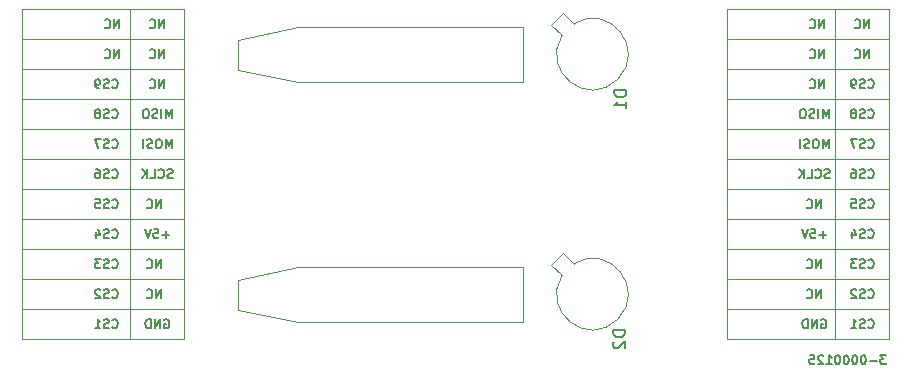
<source format=gbr>
G04 #@! TF.GenerationSoftware,KiCad,Pcbnew,(5.1.12)-1*
G04 #@! TF.CreationDate,2022-02-08T15:15:27-06:00*
G04 #@! TF.ProjectId,optical_digitizer,6f707469-6361-46c5-9f64-69676974697a,4.2*
G04 #@! TF.SameCoordinates,Original*
G04 #@! TF.FileFunction,Legend,Bot*
G04 #@! TF.FilePolarity,Positive*
%FSLAX46Y46*%
G04 Gerber Fmt 4.6, Leading zero omitted, Abs format (unit mm)*
G04 Created by KiCad (PCBNEW (5.1.12)-1) date 2022-02-08 15:15:27*
%MOMM*%
%LPD*%
G01*
G04 APERTURE LIST*
%ADD10C,0.149860*%
%ADD11C,0.120000*%
%ADD12C,0.150000*%
G04 APERTURE END LIST*
D10*
X146394714Y-146394714D02*
X146394714Y-145632714D01*
X145959285Y-146394714D01*
X145959285Y-145632714D01*
X145161000Y-146322142D02*
X145197285Y-146358428D01*
X145306142Y-146394714D01*
X145378714Y-146394714D01*
X145487571Y-146358428D01*
X145560142Y-146285857D01*
X145596428Y-146213285D01*
X145632714Y-146068142D01*
X145632714Y-145959285D01*
X145596428Y-145814142D01*
X145560142Y-145741571D01*
X145487571Y-145669000D01*
X145378714Y-145632714D01*
X145306142Y-145632714D01*
X145197285Y-145669000D01*
X145161000Y-145705285D01*
X146394714Y-143854714D02*
X146394714Y-143092714D01*
X145959285Y-143854714D01*
X145959285Y-143092714D01*
X145161000Y-143782142D02*
X145197285Y-143818428D01*
X145306142Y-143854714D01*
X145378714Y-143854714D01*
X145487571Y-143818428D01*
X145560142Y-143745857D01*
X145596428Y-143673285D01*
X145632714Y-143528142D01*
X145632714Y-143419285D01*
X145596428Y-143274142D01*
X145560142Y-143201571D01*
X145487571Y-143129000D01*
X145378714Y-143092714D01*
X145306142Y-143092714D01*
X145197285Y-143129000D01*
X145161000Y-143165285D01*
X90514714Y-146394714D02*
X90514714Y-145632714D01*
X90079285Y-146394714D01*
X90079285Y-145632714D01*
X89281000Y-146322142D02*
X89317285Y-146358428D01*
X89426142Y-146394714D01*
X89498714Y-146394714D01*
X89607571Y-146358428D01*
X89680142Y-146285857D01*
X89716428Y-146213285D01*
X89752714Y-146068142D01*
X89752714Y-145959285D01*
X89716428Y-145814142D01*
X89680142Y-145741571D01*
X89607571Y-145669000D01*
X89498714Y-145632714D01*
X89426142Y-145632714D01*
X89317285Y-145669000D01*
X89281000Y-145705285D01*
X90514714Y-143854714D02*
X90514714Y-143092714D01*
X90079285Y-143854714D01*
X90079285Y-143092714D01*
X89281000Y-143782142D02*
X89317285Y-143818428D01*
X89426142Y-143854714D01*
X89498714Y-143854714D01*
X89607571Y-143818428D01*
X89680142Y-143745857D01*
X89716428Y-143673285D01*
X89752714Y-143528142D01*
X89752714Y-143419285D01*
X89716428Y-143274142D01*
X89680142Y-143201571D01*
X89607571Y-143129000D01*
X89498714Y-143092714D01*
X89426142Y-143092714D01*
X89317285Y-143129000D01*
X89281000Y-143165285D01*
X146648714Y-126074714D02*
X146648714Y-125312714D01*
X146213285Y-126074714D01*
X146213285Y-125312714D01*
X145415000Y-126002142D02*
X145451285Y-126038428D01*
X145560142Y-126074714D01*
X145632714Y-126074714D01*
X145741571Y-126038428D01*
X145814142Y-125965857D01*
X145850428Y-125893285D01*
X145886714Y-125748142D01*
X145886714Y-125639285D01*
X145850428Y-125494142D01*
X145814142Y-125421571D01*
X145741571Y-125349000D01*
X145632714Y-125312714D01*
X145560142Y-125312714D01*
X145451285Y-125349000D01*
X145415000Y-125385285D01*
X150349857Y-141242142D02*
X150386142Y-141278428D01*
X150495000Y-141314714D01*
X150567571Y-141314714D01*
X150676428Y-141278428D01*
X150749000Y-141205857D01*
X150785285Y-141133285D01*
X150821571Y-140988142D01*
X150821571Y-140879285D01*
X150785285Y-140734142D01*
X150749000Y-140661571D01*
X150676428Y-140589000D01*
X150567571Y-140552714D01*
X150495000Y-140552714D01*
X150386142Y-140589000D01*
X150349857Y-140625285D01*
X150059571Y-141278428D02*
X149950714Y-141314714D01*
X149769285Y-141314714D01*
X149696714Y-141278428D01*
X149660428Y-141242142D01*
X149624142Y-141169571D01*
X149624142Y-141097000D01*
X149660428Y-141024428D01*
X149696714Y-140988142D01*
X149769285Y-140951857D01*
X149914428Y-140915571D01*
X149987000Y-140879285D01*
X150023285Y-140843000D01*
X150059571Y-140770428D01*
X150059571Y-140697857D01*
X150023285Y-140625285D01*
X149987000Y-140589000D01*
X149914428Y-140552714D01*
X149733000Y-140552714D01*
X149624142Y-140589000D01*
X148971000Y-140806714D02*
X148971000Y-141314714D01*
X149152428Y-140516428D02*
X149333857Y-141060714D01*
X148862142Y-141060714D01*
X150458714Y-126074714D02*
X150458714Y-125312714D01*
X150023285Y-126074714D01*
X150023285Y-125312714D01*
X149225000Y-126002142D02*
X149261285Y-126038428D01*
X149370142Y-126074714D01*
X149442714Y-126074714D01*
X149551571Y-126038428D01*
X149624142Y-125965857D01*
X149660428Y-125893285D01*
X149696714Y-125748142D01*
X149696714Y-125639285D01*
X149660428Y-125494142D01*
X149624142Y-125421571D01*
X149551571Y-125349000D01*
X149442714Y-125312714D01*
X149370142Y-125312714D01*
X149261285Y-125349000D01*
X149225000Y-125385285D01*
X146993428Y-133694714D02*
X146993428Y-132932714D01*
X146739428Y-133477000D01*
X146485428Y-132932714D01*
X146485428Y-133694714D01*
X145977428Y-132932714D02*
X145832285Y-132932714D01*
X145759714Y-132969000D01*
X145687142Y-133041571D01*
X145650857Y-133186714D01*
X145650857Y-133440714D01*
X145687142Y-133585857D01*
X145759714Y-133658428D01*
X145832285Y-133694714D01*
X145977428Y-133694714D01*
X146050000Y-133658428D01*
X146122571Y-133585857D01*
X146158857Y-133440714D01*
X146158857Y-133186714D01*
X146122571Y-133041571D01*
X146050000Y-132969000D01*
X145977428Y-132932714D01*
X145360571Y-133658428D02*
X145251714Y-133694714D01*
X145070285Y-133694714D01*
X144997714Y-133658428D01*
X144961428Y-133622142D01*
X144925142Y-133549571D01*
X144925142Y-133477000D01*
X144961428Y-133404428D01*
X144997714Y-133368142D01*
X145070285Y-133331857D01*
X145215428Y-133295571D01*
X145288000Y-133259285D01*
X145324285Y-133223000D01*
X145360571Y-133150428D01*
X145360571Y-133077857D01*
X145324285Y-133005285D01*
X145288000Y-132969000D01*
X145215428Y-132932714D01*
X145034000Y-132932714D01*
X144925142Y-132969000D01*
X144598571Y-133694714D02*
X144598571Y-132932714D01*
X150458714Y-123534714D02*
X150458714Y-122772714D01*
X150023285Y-123534714D01*
X150023285Y-122772714D01*
X149225000Y-123462142D02*
X149261285Y-123498428D01*
X149370142Y-123534714D01*
X149442714Y-123534714D01*
X149551571Y-123498428D01*
X149624142Y-123425857D01*
X149660428Y-123353285D01*
X149696714Y-123208142D01*
X149696714Y-123099285D01*
X149660428Y-122954142D01*
X149624142Y-122881571D01*
X149551571Y-122809000D01*
X149442714Y-122772714D01*
X149370142Y-122772714D01*
X149261285Y-122809000D01*
X149225000Y-122845285D01*
X150349857Y-146322142D02*
X150386142Y-146358428D01*
X150495000Y-146394714D01*
X150567571Y-146394714D01*
X150676428Y-146358428D01*
X150749000Y-146285857D01*
X150785285Y-146213285D01*
X150821571Y-146068142D01*
X150821571Y-145959285D01*
X150785285Y-145814142D01*
X150749000Y-145741571D01*
X150676428Y-145669000D01*
X150567571Y-145632714D01*
X150495000Y-145632714D01*
X150386142Y-145669000D01*
X150349857Y-145705285D01*
X150059571Y-146358428D02*
X149950714Y-146394714D01*
X149769285Y-146394714D01*
X149696714Y-146358428D01*
X149660428Y-146322142D01*
X149624142Y-146249571D01*
X149624142Y-146177000D01*
X149660428Y-146104428D01*
X149696714Y-146068142D01*
X149769285Y-146031857D01*
X149914428Y-145995571D01*
X149987000Y-145959285D01*
X150023285Y-145923000D01*
X150059571Y-145850428D01*
X150059571Y-145777857D01*
X150023285Y-145705285D01*
X149987000Y-145669000D01*
X149914428Y-145632714D01*
X149733000Y-145632714D01*
X149624142Y-145669000D01*
X149333857Y-145705285D02*
X149297571Y-145669000D01*
X149225000Y-145632714D01*
X149043571Y-145632714D01*
X148971000Y-145669000D01*
X148934714Y-145705285D01*
X148898428Y-145777857D01*
X148898428Y-145850428D01*
X148934714Y-145959285D01*
X149370142Y-146394714D01*
X148898428Y-146394714D01*
X146648714Y-123534714D02*
X146648714Y-122772714D01*
X146213285Y-123534714D01*
X146213285Y-122772714D01*
X145415000Y-123462142D02*
X145451285Y-123498428D01*
X145560142Y-123534714D01*
X145632714Y-123534714D01*
X145741571Y-123498428D01*
X145814142Y-123425857D01*
X145850428Y-123353285D01*
X145886714Y-123208142D01*
X145886714Y-123099285D01*
X145850428Y-122954142D01*
X145814142Y-122881571D01*
X145741571Y-122809000D01*
X145632714Y-122772714D01*
X145560142Y-122772714D01*
X145451285Y-122809000D01*
X145415000Y-122845285D01*
X150349857Y-148862142D02*
X150386142Y-148898428D01*
X150495000Y-148934714D01*
X150567571Y-148934714D01*
X150676428Y-148898428D01*
X150749000Y-148825857D01*
X150785285Y-148753285D01*
X150821571Y-148608142D01*
X150821571Y-148499285D01*
X150785285Y-148354142D01*
X150749000Y-148281571D01*
X150676428Y-148209000D01*
X150567571Y-148172714D01*
X150495000Y-148172714D01*
X150386142Y-148209000D01*
X150349857Y-148245285D01*
X150059571Y-148898428D02*
X149950714Y-148934714D01*
X149769285Y-148934714D01*
X149696714Y-148898428D01*
X149660428Y-148862142D01*
X149624142Y-148789571D01*
X149624142Y-148717000D01*
X149660428Y-148644428D01*
X149696714Y-148608142D01*
X149769285Y-148571857D01*
X149914428Y-148535571D01*
X149987000Y-148499285D01*
X150023285Y-148463000D01*
X150059571Y-148390428D01*
X150059571Y-148317857D01*
X150023285Y-148245285D01*
X149987000Y-148209000D01*
X149914428Y-148172714D01*
X149733000Y-148172714D01*
X149624142Y-148209000D01*
X148898428Y-148934714D02*
X149333857Y-148934714D01*
X149116142Y-148934714D02*
X149116142Y-148172714D01*
X149188714Y-148281571D01*
X149261285Y-148354142D01*
X149333857Y-148390428D01*
X150349857Y-131082142D02*
X150386142Y-131118428D01*
X150495000Y-131154714D01*
X150567571Y-131154714D01*
X150676428Y-131118428D01*
X150749000Y-131045857D01*
X150785285Y-130973285D01*
X150821571Y-130828142D01*
X150821571Y-130719285D01*
X150785285Y-130574142D01*
X150749000Y-130501571D01*
X150676428Y-130429000D01*
X150567571Y-130392714D01*
X150495000Y-130392714D01*
X150386142Y-130429000D01*
X150349857Y-130465285D01*
X150059571Y-131118428D02*
X149950714Y-131154714D01*
X149769285Y-131154714D01*
X149696714Y-131118428D01*
X149660428Y-131082142D01*
X149624142Y-131009571D01*
X149624142Y-130937000D01*
X149660428Y-130864428D01*
X149696714Y-130828142D01*
X149769285Y-130791857D01*
X149914428Y-130755571D01*
X149987000Y-130719285D01*
X150023285Y-130683000D01*
X150059571Y-130610428D01*
X150059571Y-130537857D01*
X150023285Y-130465285D01*
X149987000Y-130429000D01*
X149914428Y-130392714D01*
X149733000Y-130392714D01*
X149624142Y-130429000D01*
X149188714Y-130719285D02*
X149261285Y-130683000D01*
X149297571Y-130646714D01*
X149333857Y-130574142D01*
X149333857Y-130537857D01*
X149297571Y-130465285D01*
X149261285Y-130429000D01*
X149188714Y-130392714D01*
X149043571Y-130392714D01*
X148971000Y-130429000D01*
X148934714Y-130465285D01*
X148898428Y-130537857D01*
X148898428Y-130574142D01*
X148934714Y-130646714D01*
X148971000Y-130683000D01*
X149043571Y-130719285D01*
X149188714Y-130719285D01*
X149261285Y-130755571D01*
X149297571Y-130791857D01*
X149333857Y-130864428D01*
X149333857Y-131009571D01*
X149297571Y-131082142D01*
X149261285Y-131118428D01*
X149188714Y-131154714D01*
X149043571Y-131154714D01*
X148971000Y-131118428D01*
X148934714Y-131082142D01*
X148898428Y-131009571D01*
X148898428Y-130864428D01*
X148934714Y-130791857D01*
X148971000Y-130755571D01*
X149043571Y-130719285D01*
X150349857Y-128542142D02*
X150386142Y-128578428D01*
X150495000Y-128614714D01*
X150567571Y-128614714D01*
X150676428Y-128578428D01*
X150749000Y-128505857D01*
X150785285Y-128433285D01*
X150821571Y-128288142D01*
X150821571Y-128179285D01*
X150785285Y-128034142D01*
X150749000Y-127961571D01*
X150676428Y-127889000D01*
X150567571Y-127852714D01*
X150495000Y-127852714D01*
X150386142Y-127889000D01*
X150349857Y-127925285D01*
X150059571Y-128578428D02*
X149950714Y-128614714D01*
X149769285Y-128614714D01*
X149696714Y-128578428D01*
X149660428Y-128542142D01*
X149624142Y-128469571D01*
X149624142Y-128397000D01*
X149660428Y-128324428D01*
X149696714Y-128288142D01*
X149769285Y-128251857D01*
X149914428Y-128215571D01*
X149987000Y-128179285D01*
X150023285Y-128143000D01*
X150059571Y-128070428D01*
X150059571Y-127997857D01*
X150023285Y-127925285D01*
X149987000Y-127889000D01*
X149914428Y-127852714D01*
X149733000Y-127852714D01*
X149624142Y-127889000D01*
X149261285Y-128614714D02*
X149116142Y-128614714D01*
X149043571Y-128578428D01*
X149007285Y-128542142D01*
X148934714Y-128433285D01*
X148898428Y-128288142D01*
X148898428Y-127997857D01*
X148934714Y-127925285D01*
X148971000Y-127889000D01*
X149043571Y-127852714D01*
X149188714Y-127852714D01*
X149261285Y-127889000D01*
X149297571Y-127925285D01*
X149333857Y-127997857D01*
X149333857Y-128179285D01*
X149297571Y-128251857D01*
X149261285Y-128288142D01*
X149188714Y-128324428D01*
X149043571Y-128324428D01*
X148971000Y-128288142D01*
X148934714Y-128251857D01*
X148898428Y-128179285D01*
X146376571Y-148209000D02*
X146449142Y-148172714D01*
X146558000Y-148172714D01*
X146666857Y-148209000D01*
X146739428Y-148281571D01*
X146775714Y-148354142D01*
X146812000Y-148499285D01*
X146812000Y-148608142D01*
X146775714Y-148753285D01*
X146739428Y-148825857D01*
X146666857Y-148898428D01*
X146558000Y-148934714D01*
X146485428Y-148934714D01*
X146376571Y-148898428D01*
X146340285Y-148862142D01*
X146340285Y-148608142D01*
X146485428Y-148608142D01*
X146013714Y-148934714D02*
X146013714Y-148172714D01*
X145578285Y-148934714D01*
X145578285Y-148172714D01*
X145215428Y-148934714D02*
X145215428Y-148172714D01*
X145034000Y-148172714D01*
X144925142Y-148209000D01*
X144852571Y-148281571D01*
X144816285Y-148354142D01*
X144780000Y-148499285D01*
X144780000Y-148608142D01*
X144816285Y-148753285D01*
X144852571Y-148825857D01*
X144925142Y-148898428D01*
X145034000Y-148934714D01*
X145215428Y-148934714D01*
X150349857Y-143782142D02*
X150386142Y-143818428D01*
X150495000Y-143854714D01*
X150567571Y-143854714D01*
X150676428Y-143818428D01*
X150749000Y-143745857D01*
X150785285Y-143673285D01*
X150821571Y-143528142D01*
X150821571Y-143419285D01*
X150785285Y-143274142D01*
X150749000Y-143201571D01*
X150676428Y-143129000D01*
X150567571Y-143092714D01*
X150495000Y-143092714D01*
X150386142Y-143129000D01*
X150349857Y-143165285D01*
X150059571Y-143818428D02*
X149950714Y-143854714D01*
X149769285Y-143854714D01*
X149696714Y-143818428D01*
X149660428Y-143782142D01*
X149624142Y-143709571D01*
X149624142Y-143637000D01*
X149660428Y-143564428D01*
X149696714Y-143528142D01*
X149769285Y-143491857D01*
X149914428Y-143455571D01*
X149987000Y-143419285D01*
X150023285Y-143383000D01*
X150059571Y-143310428D01*
X150059571Y-143237857D01*
X150023285Y-143165285D01*
X149987000Y-143129000D01*
X149914428Y-143092714D01*
X149733000Y-143092714D01*
X149624142Y-143129000D01*
X149370142Y-143092714D02*
X148898428Y-143092714D01*
X149152428Y-143383000D01*
X149043571Y-143383000D01*
X148971000Y-143419285D01*
X148934714Y-143455571D01*
X148898428Y-143528142D01*
X148898428Y-143709571D01*
X148934714Y-143782142D01*
X148971000Y-143818428D01*
X149043571Y-143854714D01*
X149261285Y-143854714D01*
X149333857Y-143818428D01*
X149370142Y-143782142D01*
X147084142Y-136198428D02*
X146975285Y-136234714D01*
X146793857Y-136234714D01*
X146721285Y-136198428D01*
X146685000Y-136162142D01*
X146648714Y-136089571D01*
X146648714Y-136017000D01*
X146685000Y-135944428D01*
X146721285Y-135908142D01*
X146793857Y-135871857D01*
X146939000Y-135835571D01*
X147011571Y-135799285D01*
X147047857Y-135763000D01*
X147084142Y-135690428D01*
X147084142Y-135617857D01*
X147047857Y-135545285D01*
X147011571Y-135509000D01*
X146939000Y-135472714D01*
X146757571Y-135472714D01*
X146648714Y-135509000D01*
X145886714Y-136162142D02*
X145923000Y-136198428D01*
X146031857Y-136234714D01*
X146104428Y-136234714D01*
X146213285Y-136198428D01*
X146285857Y-136125857D01*
X146322142Y-136053285D01*
X146358428Y-135908142D01*
X146358428Y-135799285D01*
X146322142Y-135654142D01*
X146285857Y-135581571D01*
X146213285Y-135509000D01*
X146104428Y-135472714D01*
X146031857Y-135472714D01*
X145923000Y-135509000D01*
X145886714Y-135545285D01*
X145197285Y-136234714D02*
X145560142Y-136234714D01*
X145560142Y-135472714D01*
X144943285Y-136234714D02*
X144943285Y-135472714D01*
X144507857Y-136234714D02*
X144834428Y-135799285D01*
X144507857Y-135472714D02*
X144943285Y-135908142D01*
X150349857Y-136162142D02*
X150386142Y-136198428D01*
X150495000Y-136234714D01*
X150567571Y-136234714D01*
X150676428Y-136198428D01*
X150749000Y-136125857D01*
X150785285Y-136053285D01*
X150821571Y-135908142D01*
X150821571Y-135799285D01*
X150785285Y-135654142D01*
X150749000Y-135581571D01*
X150676428Y-135509000D01*
X150567571Y-135472714D01*
X150495000Y-135472714D01*
X150386142Y-135509000D01*
X150349857Y-135545285D01*
X150059571Y-136198428D02*
X149950714Y-136234714D01*
X149769285Y-136234714D01*
X149696714Y-136198428D01*
X149660428Y-136162142D01*
X149624142Y-136089571D01*
X149624142Y-136017000D01*
X149660428Y-135944428D01*
X149696714Y-135908142D01*
X149769285Y-135871857D01*
X149914428Y-135835571D01*
X149987000Y-135799285D01*
X150023285Y-135763000D01*
X150059571Y-135690428D01*
X150059571Y-135617857D01*
X150023285Y-135545285D01*
X149987000Y-135509000D01*
X149914428Y-135472714D01*
X149733000Y-135472714D01*
X149624142Y-135509000D01*
X148971000Y-135472714D02*
X149116142Y-135472714D01*
X149188714Y-135509000D01*
X149225000Y-135545285D01*
X149297571Y-135654142D01*
X149333857Y-135799285D01*
X149333857Y-136089571D01*
X149297571Y-136162142D01*
X149261285Y-136198428D01*
X149188714Y-136234714D01*
X149043571Y-136234714D01*
X148971000Y-136198428D01*
X148934714Y-136162142D01*
X148898428Y-136089571D01*
X148898428Y-135908142D01*
X148934714Y-135835571D01*
X148971000Y-135799285D01*
X149043571Y-135763000D01*
X149188714Y-135763000D01*
X149261285Y-135799285D01*
X149297571Y-135835571D01*
X149333857Y-135908142D01*
X146775714Y-141024428D02*
X146195142Y-141024428D01*
X146485428Y-141314714D02*
X146485428Y-140734142D01*
X145469428Y-140552714D02*
X145832285Y-140552714D01*
X145868571Y-140915571D01*
X145832285Y-140879285D01*
X145759714Y-140843000D01*
X145578285Y-140843000D01*
X145505714Y-140879285D01*
X145469428Y-140915571D01*
X145433142Y-140988142D01*
X145433142Y-141169571D01*
X145469428Y-141242142D01*
X145505714Y-141278428D01*
X145578285Y-141314714D01*
X145759714Y-141314714D01*
X145832285Y-141278428D01*
X145868571Y-141242142D01*
X145215428Y-140552714D02*
X144961428Y-141314714D01*
X144707428Y-140552714D01*
X146648714Y-128614714D02*
X146648714Y-127852714D01*
X146213285Y-128614714D01*
X146213285Y-127852714D01*
X145415000Y-128542142D02*
X145451285Y-128578428D01*
X145560142Y-128614714D01*
X145632714Y-128614714D01*
X145741571Y-128578428D01*
X145814142Y-128505857D01*
X145850428Y-128433285D01*
X145886714Y-128288142D01*
X145886714Y-128179285D01*
X145850428Y-128034142D01*
X145814142Y-127961571D01*
X145741571Y-127889000D01*
X145632714Y-127852714D01*
X145560142Y-127852714D01*
X145451285Y-127889000D01*
X145415000Y-127925285D01*
X150349857Y-133622142D02*
X150386142Y-133658428D01*
X150495000Y-133694714D01*
X150567571Y-133694714D01*
X150676428Y-133658428D01*
X150749000Y-133585857D01*
X150785285Y-133513285D01*
X150821571Y-133368142D01*
X150821571Y-133259285D01*
X150785285Y-133114142D01*
X150749000Y-133041571D01*
X150676428Y-132969000D01*
X150567571Y-132932714D01*
X150495000Y-132932714D01*
X150386142Y-132969000D01*
X150349857Y-133005285D01*
X150059571Y-133658428D02*
X149950714Y-133694714D01*
X149769285Y-133694714D01*
X149696714Y-133658428D01*
X149660428Y-133622142D01*
X149624142Y-133549571D01*
X149624142Y-133477000D01*
X149660428Y-133404428D01*
X149696714Y-133368142D01*
X149769285Y-133331857D01*
X149914428Y-133295571D01*
X149987000Y-133259285D01*
X150023285Y-133223000D01*
X150059571Y-133150428D01*
X150059571Y-133077857D01*
X150023285Y-133005285D01*
X149987000Y-132969000D01*
X149914428Y-132932714D01*
X149733000Y-132932714D01*
X149624142Y-132969000D01*
X149370142Y-132932714D02*
X148862142Y-132932714D01*
X149188714Y-133694714D01*
X146394714Y-138774714D02*
X146394714Y-138012714D01*
X145959285Y-138774714D01*
X145959285Y-138012714D01*
X145161000Y-138702142D02*
X145197285Y-138738428D01*
X145306142Y-138774714D01*
X145378714Y-138774714D01*
X145487571Y-138738428D01*
X145560142Y-138665857D01*
X145596428Y-138593285D01*
X145632714Y-138448142D01*
X145632714Y-138339285D01*
X145596428Y-138194142D01*
X145560142Y-138121571D01*
X145487571Y-138049000D01*
X145378714Y-138012714D01*
X145306142Y-138012714D01*
X145197285Y-138049000D01*
X145161000Y-138085285D01*
X150349857Y-138702142D02*
X150386142Y-138738428D01*
X150495000Y-138774714D01*
X150567571Y-138774714D01*
X150676428Y-138738428D01*
X150749000Y-138665857D01*
X150785285Y-138593285D01*
X150821571Y-138448142D01*
X150821571Y-138339285D01*
X150785285Y-138194142D01*
X150749000Y-138121571D01*
X150676428Y-138049000D01*
X150567571Y-138012714D01*
X150495000Y-138012714D01*
X150386142Y-138049000D01*
X150349857Y-138085285D01*
X150059571Y-138738428D02*
X149950714Y-138774714D01*
X149769285Y-138774714D01*
X149696714Y-138738428D01*
X149660428Y-138702142D01*
X149624142Y-138629571D01*
X149624142Y-138557000D01*
X149660428Y-138484428D01*
X149696714Y-138448142D01*
X149769285Y-138411857D01*
X149914428Y-138375571D01*
X149987000Y-138339285D01*
X150023285Y-138303000D01*
X150059571Y-138230428D01*
X150059571Y-138157857D01*
X150023285Y-138085285D01*
X149987000Y-138049000D01*
X149914428Y-138012714D01*
X149733000Y-138012714D01*
X149624142Y-138049000D01*
X148934714Y-138012714D02*
X149297571Y-138012714D01*
X149333857Y-138375571D01*
X149297571Y-138339285D01*
X149225000Y-138303000D01*
X149043571Y-138303000D01*
X148971000Y-138339285D01*
X148934714Y-138375571D01*
X148898428Y-138448142D01*
X148898428Y-138629571D01*
X148934714Y-138702142D01*
X148971000Y-138738428D01*
X149043571Y-138774714D01*
X149225000Y-138774714D01*
X149297571Y-138738428D01*
X149333857Y-138702142D01*
X146993428Y-131154714D02*
X146993428Y-130392714D01*
X146739428Y-130937000D01*
X146485428Y-130392714D01*
X146485428Y-131154714D01*
X146122571Y-131154714D02*
X146122571Y-130392714D01*
X145796000Y-131118428D02*
X145687142Y-131154714D01*
X145505714Y-131154714D01*
X145433142Y-131118428D01*
X145396857Y-131082142D01*
X145360571Y-131009571D01*
X145360571Y-130937000D01*
X145396857Y-130864428D01*
X145433142Y-130828142D01*
X145505714Y-130791857D01*
X145650857Y-130755571D01*
X145723428Y-130719285D01*
X145759714Y-130683000D01*
X145796000Y-130610428D01*
X145796000Y-130537857D01*
X145759714Y-130465285D01*
X145723428Y-130429000D01*
X145650857Y-130392714D01*
X145469428Y-130392714D01*
X145360571Y-130429000D01*
X144888857Y-130392714D02*
X144743714Y-130392714D01*
X144671142Y-130429000D01*
X144598571Y-130501571D01*
X144562285Y-130646714D01*
X144562285Y-130900714D01*
X144598571Y-131045857D01*
X144671142Y-131118428D01*
X144743714Y-131154714D01*
X144888857Y-131154714D01*
X144961428Y-131118428D01*
X145034000Y-131045857D01*
X145070285Y-130900714D01*
X145070285Y-130646714D01*
X145034000Y-130501571D01*
X144961428Y-130429000D01*
X144888857Y-130392714D01*
D11*
X138430000Y-134620000D02*
X152146000Y-134620000D01*
X152146000Y-147320000D02*
X138430000Y-147320000D01*
X152146000Y-142240000D02*
X138430000Y-142240000D01*
X152146000Y-137160000D02*
X138430000Y-137160000D01*
X138430000Y-139700000D02*
X152146000Y-139700000D01*
X147574000Y-149860000D02*
X147574000Y-121920000D01*
X138430000Y-144780000D02*
X152146000Y-144780000D01*
X138430000Y-121920000D02*
X152146000Y-121920000D01*
X152146000Y-121920000D02*
X152146000Y-149860000D01*
X152146000Y-132080000D02*
X138430000Y-132080000D01*
X152146000Y-127000000D02*
X138430000Y-127000000D01*
X138430000Y-124460000D02*
X152146000Y-124460000D01*
X138430000Y-149860000D02*
X138430000Y-121920000D01*
X138430000Y-129540000D02*
X152146000Y-129540000D01*
X152146000Y-149860000D02*
X138430000Y-149860000D01*
X87884000Y-149860000D02*
X87884000Y-121920000D01*
X92456000Y-147320000D02*
X78740000Y-147320000D01*
X78740000Y-144780000D02*
X92456000Y-144780000D01*
X92456000Y-142240000D02*
X78740000Y-142240000D01*
X78740000Y-139700000D02*
X92456000Y-139700000D01*
X92456000Y-137160000D02*
X78740000Y-137160000D01*
X78740000Y-134620000D02*
X92456000Y-134620000D01*
X92456000Y-132080000D02*
X78740000Y-132080000D01*
X78740000Y-129540000D02*
X92456000Y-129540000D01*
X92456000Y-127000000D02*
X78740000Y-127000000D01*
X78740000Y-124460000D02*
X92456000Y-124460000D01*
X78740000Y-149860000D02*
X78740000Y-121920000D01*
X92456000Y-149860000D02*
X78740000Y-149860000D01*
X92456000Y-121920000D02*
X92456000Y-149860000D01*
X78740000Y-121920000D02*
X92456000Y-121920000D01*
D10*
X86341857Y-148862142D02*
X86378142Y-148898428D01*
X86487000Y-148934714D01*
X86559571Y-148934714D01*
X86668428Y-148898428D01*
X86741000Y-148825857D01*
X86777285Y-148753285D01*
X86813571Y-148608142D01*
X86813571Y-148499285D01*
X86777285Y-148354142D01*
X86741000Y-148281571D01*
X86668428Y-148209000D01*
X86559571Y-148172714D01*
X86487000Y-148172714D01*
X86378142Y-148209000D01*
X86341857Y-148245285D01*
X86051571Y-148898428D02*
X85942714Y-148934714D01*
X85761285Y-148934714D01*
X85688714Y-148898428D01*
X85652428Y-148862142D01*
X85616142Y-148789571D01*
X85616142Y-148717000D01*
X85652428Y-148644428D01*
X85688714Y-148608142D01*
X85761285Y-148571857D01*
X85906428Y-148535571D01*
X85979000Y-148499285D01*
X86015285Y-148463000D01*
X86051571Y-148390428D01*
X86051571Y-148317857D01*
X86015285Y-148245285D01*
X85979000Y-148209000D01*
X85906428Y-148172714D01*
X85725000Y-148172714D01*
X85616142Y-148209000D01*
X84890428Y-148934714D02*
X85325857Y-148934714D01*
X85108142Y-148934714D02*
X85108142Y-148172714D01*
X85180714Y-148281571D01*
X85253285Y-148354142D01*
X85325857Y-148390428D01*
X90750571Y-148209000D02*
X90823142Y-148172714D01*
X90932000Y-148172714D01*
X91040857Y-148209000D01*
X91113428Y-148281571D01*
X91149714Y-148354142D01*
X91186000Y-148499285D01*
X91186000Y-148608142D01*
X91149714Y-148753285D01*
X91113428Y-148825857D01*
X91040857Y-148898428D01*
X90932000Y-148934714D01*
X90859428Y-148934714D01*
X90750571Y-148898428D01*
X90714285Y-148862142D01*
X90714285Y-148608142D01*
X90859428Y-148608142D01*
X90387714Y-148934714D02*
X90387714Y-148172714D01*
X89952285Y-148934714D01*
X89952285Y-148172714D01*
X89589428Y-148934714D02*
X89589428Y-148172714D01*
X89408000Y-148172714D01*
X89299142Y-148209000D01*
X89226571Y-148281571D01*
X89190285Y-148354142D01*
X89154000Y-148499285D01*
X89154000Y-148608142D01*
X89190285Y-148753285D01*
X89226571Y-148825857D01*
X89299142Y-148898428D01*
X89408000Y-148934714D01*
X89589428Y-148934714D01*
X86341857Y-146322142D02*
X86378142Y-146358428D01*
X86487000Y-146394714D01*
X86559571Y-146394714D01*
X86668428Y-146358428D01*
X86741000Y-146285857D01*
X86777285Y-146213285D01*
X86813571Y-146068142D01*
X86813571Y-145959285D01*
X86777285Y-145814142D01*
X86741000Y-145741571D01*
X86668428Y-145669000D01*
X86559571Y-145632714D01*
X86487000Y-145632714D01*
X86378142Y-145669000D01*
X86341857Y-145705285D01*
X86051571Y-146358428D02*
X85942714Y-146394714D01*
X85761285Y-146394714D01*
X85688714Y-146358428D01*
X85652428Y-146322142D01*
X85616142Y-146249571D01*
X85616142Y-146177000D01*
X85652428Y-146104428D01*
X85688714Y-146068142D01*
X85761285Y-146031857D01*
X85906428Y-145995571D01*
X85979000Y-145959285D01*
X86015285Y-145923000D01*
X86051571Y-145850428D01*
X86051571Y-145777857D01*
X86015285Y-145705285D01*
X85979000Y-145669000D01*
X85906428Y-145632714D01*
X85725000Y-145632714D01*
X85616142Y-145669000D01*
X85325857Y-145705285D02*
X85289571Y-145669000D01*
X85217000Y-145632714D01*
X85035571Y-145632714D01*
X84963000Y-145669000D01*
X84926714Y-145705285D01*
X84890428Y-145777857D01*
X84890428Y-145850428D01*
X84926714Y-145959285D01*
X85362142Y-146394714D01*
X84890428Y-146394714D01*
X86341857Y-143782142D02*
X86378142Y-143818428D01*
X86487000Y-143854714D01*
X86559571Y-143854714D01*
X86668428Y-143818428D01*
X86741000Y-143745857D01*
X86777285Y-143673285D01*
X86813571Y-143528142D01*
X86813571Y-143419285D01*
X86777285Y-143274142D01*
X86741000Y-143201571D01*
X86668428Y-143129000D01*
X86559571Y-143092714D01*
X86487000Y-143092714D01*
X86378142Y-143129000D01*
X86341857Y-143165285D01*
X86051571Y-143818428D02*
X85942714Y-143854714D01*
X85761285Y-143854714D01*
X85688714Y-143818428D01*
X85652428Y-143782142D01*
X85616142Y-143709571D01*
X85616142Y-143637000D01*
X85652428Y-143564428D01*
X85688714Y-143528142D01*
X85761285Y-143491857D01*
X85906428Y-143455571D01*
X85979000Y-143419285D01*
X86015285Y-143383000D01*
X86051571Y-143310428D01*
X86051571Y-143237857D01*
X86015285Y-143165285D01*
X85979000Y-143129000D01*
X85906428Y-143092714D01*
X85725000Y-143092714D01*
X85616142Y-143129000D01*
X85362142Y-143092714D02*
X84890428Y-143092714D01*
X85144428Y-143383000D01*
X85035571Y-143383000D01*
X84963000Y-143419285D01*
X84926714Y-143455571D01*
X84890428Y-143528142D01*
X84890428Y-143709571D01*
X84926714Y-143782142D01*
X84963000Y-143818428D01*
X85035571Y-143854714D01*
X85253285Y-143854714D01*
X85325857Y-143818428D01*
X85362142Y-143782142D01*
X91149714Y-141024428D02*
X90569142Y-141024428D01*
X90859428Y-141314714D02*
X90859428Y-140734142D01*
X89843428Y-140552714D02*
X90206285Y-140552714D01*
X90242571Y-140915571D01*
X90206285Y-140879285D01*
X90133714Y-140843000D01*
X89952285Y-140843000D01*
X89879714Y-140879285D01*
X89843428Y-140915571D01*
X89807142Y-140988142D01*
X89807142Y-141169571D01*
X89843428Y-141242142D01*
X89879714Y-141278428D01*
X89952285Y-141314714D01*
X90133714Y-141314714D01*
X90206285Y-141278428D01*
X90242571Y-141242142D01*
X89589428Y-140552714D02*
X89335428Y-141314714D01*
X89081428Y-140552714D01*
X86341857Y-141242142D02*
X86378142Y-141278428D01*
X86487000Y-141314714D01*
X86559571Y-141314714D01*
X86668428Y-141278428D01*
X86741000Y-141205857D01*
X86777285Y-141133285D01*
X86813571Y-140988142D01*
X86813571Y-140879285D01*
X86777285Y-140734142D01*
X86741000Y-140661571D01*
X86668428Y-140589000D01*
X86559571Y-140552714D01*
X86487000Y-140552714D01*
X86378142Y-140589000D01*
X86341857Y-140625285D01*
X86051571Y-141278428D02*
X85942714Y-141314714D01*
X85761285Y-141314714D01*
X85688714Y-141278428D01*
X85652428Y-141242142D01*
X85616142Y-141169571D01*
X85616142Y-141097000D01*
X85652428Y-141024428D01*
X85688714Y-140988142D01*
X85761285Y-140951857D01*
X85906428Y-140915571D01*
X85979000Y-140879285D01*
X86015285Y-140843000D01*
X86051571Y-140770428D01*
X86051571Y-140697857D01*
X86015285Y-140625285D01*
X85979000Y-140589000D01*
X85906428Y-140552714D01*
X85725000Y-140552714D01*
X85616142Y-140589000D01*
X84963000Y-140806714D02*
X84963000Y-141314714D01*
X85144428Y-140516428D02*
X85325857Y-141060714D01*
X84854142Y-141060714D01*
X90514714Y-138774714D02*
X90514714Y-138012714D01*
X90079285Y-138774714D01*
X90079285Y-138012714D01*
X89281000Y-138702142D02*
X89317285Y-138738428D01*
X89426142Y-138774714D01*
X89498714Y-138774714D01*
X89607571Y-138738428D01*
X89680142Y-138665857D01*
X89716428Y-138593285D01*
X89752714Y-138448142D01*
X89752714Y-138339285D01*
X89716428Y-138194142D01*
X89680142Y-138121571D01*
X89607571Y-138049000D01*
X89498714Y-138012714D01*
X89426142Y-138012714D01*
X89317285Y-138049000D01*
X89281000Y-138085285D01*
X86341857Y-138702142D02*
X86378142Y-138738428D01*
X86487000Y-138774714D01*
X86559571Y-138774714D01*
X86668428Y-138738428D01*
X86741000Y-138665857D01*
X86777285Y-138593285D01*
X86813571Y-138448142D01*
X86813571Y-138339285D01*
X86777285Y-138194142D01*
X86741000Y-138121571D01*
X86668428Y-138049000D01*
X86559571Y-138012714D01*
X86487000Y-138012714D01*
X86378142Y-138049000D01*
X86341857Y-138085285D01*
X86051571Y-138738428D02*
X85942714Y-138774714D01*
X85761285Y-138774714D01*
X85688714Y-138738428D01*
X85652428Y-138702142D01*
X85616142Y-138629571D01*
X85616142Y-138557000D01*
X85652428Y-138484428D01*
X85688714Y-138448142D01*
X85761285Y-138411857D01*
X85906428Y-138375571D01*
X85979000Y-138339285D01*
X86015285Y-138303000D01*
X86051571Y-138230428D01*
X86051571Y-138157857D01*
X86015285Y-138085285D01*
X85979000Y-138049000D01*
X85906428Y-138012714D01*
X85725000Y-138012714D01*
X85616142Y-138049000D01*
X84926714Y-138012714D02*
X85289571Y-138012714D01*
X85325857Y-138375571D01*
X85289571Y-138339285D01*
X85217000Y-138303000D01*
X85035571Y-138303000D01*
X84963000Y-138339285D01*
X84926714Y-138375571D01*
X84890428Y-138448142D01*
X84890428Y-138629571D01*
X84926714Y-138702142D01*
X84963000Y-138738428D01*
X85035571Y-138774714D01*
X85217000Y-138774714D01*
X85289571Y-138738428D01*
X85325857Y-138702142D01*
X91458142Y-136198428D02*
X91349285Y-136234714D01*
X91167857Y-136234714D01*
X91095285Y-136198428D01*
X91059000Y-136162142D01*
X91022714Y-136089571D01*
X91022714Y-136017000D01*
X91059000Y-135944428D01*
X91095285Y-135908142D01*
X91167857Y-135871857D01*
X91313000Y-135835571D01*
X91385571Y-135799285D01*
X91421857Y-135763000D01*
X91458142Y-135690428D01*
X91458142Y-135617857D01*
X91421857Y-135545285D01*
X91385571Y-135509000D01*
X91313000Y-135472714D01*
X91131571Y-135472714D01*
X91022714Y-135509000D01*
X90260714Y-136162142D02*
X90297000Y-136198428D01*
X90405857Y-136234714D01*
X90478428Y-136234714D01*
X90587285Y-136198428D01*
X90659857Y-136125857D01*
X90696142Y-136053285D01*
X90732428Y-135908142D01*
X90732428Y-135799285D01*
X90696142Y-135654142D01*
X90659857Y-135581571D01*
X90587285Y-135509000D01*
X90478428Y-135472714D01*
X90405857Y-135472714D01*
X90297000Y-135509000D01*
X90260714Y-135545285D01*
X89571285Y-136234714D02*
X89934142Y-136234714D01*
X89934142Y-135472714D01*
X89317285Y-136234714D02*
X89317285Y-135472714D01*
X88881857Y-136234714D02*
X89208428Y-135799285D01*
X88881857Y-135472714D02*
X89317285Y-135908142D01*
X86341857Y-136162142D02*
X86378142Y-136198428D01*
X86487000Y-136234714D01*
X86559571Y-136234714D01*
X86668428Y-136198428D01*
X86741000Y-136125857D01*
X86777285Y-136053285D01*
X86813571Y-135908142D01*
X86813571Y-135799285D01*
X86777285Y-135654142D01*
X86741000Y-135581571D01*
X86668428Y-135509000D01*
X86559571Y-135472714D01*
X86487000Y-135472714D01*
X86378142Y-135509000D01*
X86341857Y-135545285D01*
X86051571Y-136198428D02*
X85942714Y-136234714D01*
X85761285Y-136234714D01*
X85688714Y-136198428D01*
X85652428Y-136162142D01*
X85616142Y-136089571D01*
X85616142Y-136017000D01*
X85652428Y-135944428D01*
X85688714Y-135908142D01*
X85761285Y-135871857D01*
X85906428Y-135835571D01*
X85979000Y-135799285D01*
X86015285Y-135763000D01*
X86051571Y-135690428D01*
X86051571Y-135617857D01*
X86015285Y-135545285D01*
X85979000Y-135509000D01*
X85906428Y-135472714D01*
X85725000Y-135472714D01*
X85616142Y-135509000D01*
X84963000Y-135472714D02*
X85108142Y-135472714D01*
X85180714Y-135509000D01*
X85217000Y-135545285D01*
X85289571Y-135654142D01*
X85325857Y-135799285D01*
X85325857Y-136089571D01*
X85289571Y-136162142D01*
X85253285Y-136198428D01*
X85180714Y-136234714D01*
X85035571Y-136234714D01*
X84963000Y-136198428D01*
X84926714Y-136162142D01*
X84890428Y-136089571D01*
X84890428Y-135908142D01*
X84926714Y-135835571D01*
X84963000Y-135799285D01*
X85035571Y-135763000D01*
X85180714Y-135763000D01*
X85253285Y-135799285D01*
X85289571Y-135835571D01*
X85325857Y-135908142D01*
X86958714Y-123534714D02*
X86958714Y-122772714D01*
X86523285Y-123534714D01*
X86523285Y-122772714D01*
X85725000Y-123462142D02*
X85761285Y-123498428D01*
X85870142Y-123534714D01*
X85942714Y-123534714D01*
X86051571Y-123498428D01*
X86124142Y-123425857D01*
X86160428Y-123353285D01*
X86196714Y-123208142D01*
X86196714Y-123099285D01*
X86160428Y-122954142D01*
X86124142Y-122881571D01*
X86051571Y-122809000D01*
X85942714Y-122772714D01*
X85870142Y-122772714D01*
X85761285Y-122809000D01*
X85725000Y-122845285D01*
X90768714Y-123534714D02*
X90768714Y-122772714D01*
X90333285Y-123534714D01*
X90333285Y-122772714D01*
X89535000Y-123462142D02*
X89571285Y-123498428D01*
X89680142Y-123534714D01*
X89752714Y-123534714D01*
X89861571Y-123498428D01*
X89934142Y-123425857D01*
X89970428Y-123353285D01*
X90006714Y-123208142D01*
X90006714Y-123099285D01*
X89970428Y-122954142D01*
X89934142Y-122881571D01*
X89861571Y-122809000D01*
X89752714Y-122772714D01*
X89680142Y-122772714D01*
X89571285Y-122809000D01*
X89535000Y-122845285D01*
X86958714Y-126074714D02*
X86958714Y-125312714D01*
X86523285Y-126074714D01*
X86523285Y-125312714D01*
X85725000Y-126002142D02*
X85761285Y-126038428D01*
X85870142Y-126074714D01*
X85942714Y-126074714D01*
X86051571Y-126038428D01*
X86124142Y-125965857D01*
X86160428Y-125893285D01*
X86196714Y-125748142D01*
X86196714Y-125639285D01*
X86160428Y-125494142D01*
X86124142Y-125421571D01*
X86051571Y-125349000D01*
X85942714Y-125312714D01*
X85870142Y-125312714D01*
X85761285Y-125349000D01*
X85725000Y-125385285D01*
X90768714Y-126074714D02*
X90768714Y-125312714D01*
X90333285Y-126074714D01*
X90333285Y-125312714D01*
X89535000Y-126002142D02*
X89571285Y-126038428D01*
X89680142Y-126074714D01*
X89752714Y-126074714D01*
X89861571Y-126038428D01*
X89934142Y-125965857D01*
X89970428Y-125893285D01*
X90006714Y-125748142D01*
X90006714Y-125639285D01*
X89970428Y-125494142D01*
X89934142Y-125421571D01*
X89861571Y-125349000D01*
X89752714Y-125312714D01*
X89680142Y-125312714D01*
X89571285Y-125349000D01*
X89535000Y-125385285D01*
X86341857Y-128542142D02*
X86378142Y-128578428D01*
X86487000Y-128614714D01*
X86559571Y-128614714D01*
X86668428Y-128578428D01*
X86741000Y-128505857D01*
X86777285Y-128433285D01*
X86813571Y-128288142D01*
X86813571Y-128179285D01*
X86777285Y-128034142D01*
X86741000Y-127961571D01*
X86668428Y-127889000D01*
X86559571Y-127852714D01*
X86487000Y-127852714D01*
X86378142Y-127889000D01*
X86341857Y-127925285D01*
X86051571Y-128578428D02*
X85942714Y-128614714D01*
X85761285Y-128614714D01*
X85688714Y-128578428D01*
X85652428Y-128542142D01*
X85616142Y-128469571D01*
X85616142Y-128397000D01*
X85652428Y-128324428D01*
X85688714Y-128288142D01*
X85761285Y-128251857D01*
X85906428Y-128215571D01*
X85979000Y-128179285D01*
X86015285Y-128143000D01*
X86051571Y-128070428D01*
X86051571Y-127997857D01*
X86015285Y-127925285D01*
X85979000Y-127889000D01*
X85906428Y-127852714D01*
X85725000Y-127852714D01*
X85616142Y-127889000D01*
X85253285Y-128614714D02*
X85108142Y-128614714D01*
X85035571Y-128578428D01*
X84999285Y-128542142D01*
X84926714Y-128433285D01*
X84890428Y-128288142D01*
X84890428Y-127997857D01*
X84926714Y-127925285D01*
X84963000Y-127889000D01*
X85035571Y-127852714D01*
X85180714Y-127852714D01*
X85253285Y-127889000D01*
X85289571Y-127925285D01*
X85325857Y-127997857D01*
X85325857Y-128179285D01*
X85289571Y-128251857D01*
X85253285Y-128288142D01*
X85180714Y-128324428D01*
X85035571Y-128324428D01*
X84963000Y-128288142D01*
X84926714Y-128251857D01*
X84890428Y-128179285D01*
X90768714Y-128614714D02*
X90768714Y-127852714D01*
X90333285Y-128614714D01*
X90333285Y-127852714D01*
X89535000Y-128542142D02*
X89571285Y-128578428D01*
X89680142Y-128614714D01*
X89752714Y-128614714D01*
X89861571Y-128578428D01*
X89934142Y-128505857D01*
X89970428Y-128433285D01*
X90006714Y-128288142D01*
X90006714Y-128179285D01*
X89970428Y-128034142D01*
X89934142Y-127961571D01*
X89861571Y-127889000D01*
X89752714Y-127852714D01*
X89680142Y-127852714D01*
X89571285Y-127889000D01*
X89535000Y-127925285D01*
X91367428Y-133694714D02*
X91367428Y-132932714D01*
X91113428Y-133477000D01*
X90859428Y-132932714D01*
X90859428Y-133694714D01*
X90351428Y-132932714D02*
X90206285Y-132932714D01*
X90133714Y-132969000D01*
X90061142Y-133041571D01*
X90024857Y-133186714D01*
X90024857Y-133440714D01*
X90061142Y-133585857D01*
X90133714Y-133658428D01*
X90206285Y-133694714D01*
X90351428Y-133694714D01*
X90424000Y-133658428D01*
X90496571Y-133585857D01*
X90532857Y-133440714D01*
X90532857Y-133186714D01*
X90496571Y-133041571D01*
X90424000Y-132969000D01*
X90351428Y-132932714D01*
X89734571Y-133658428D02*
X89625714Y-133694714D01*
X89444285Y-133694714D01*
X89371714Y-133658428D01*
X89335428Y-133622142D01*
X89299142Y-133549571D01*
X89299142Y-133477000D01*
X89335428Y-133404428D01*
X89371714Y-133368142D01*
X89444285Y-133331857D01*
X89589428Y-133295571D01*
X89662000Y-133259285D01*
X89698285Y-133223000D01*
X89734571Y-133150428D01*
X89734571Y-133077857D01*
X89698285Y-133005285D01*
X89662000Y-132969000D01*
X89589428Y-132932714D01*
X89408000Y-132932714D01*
X89299142Y-132969000D01*
X88972571Y-133694714D02*
X88972571Y-132932714D01*
X86341857Y-133622142D02*
X86378142Y-133658428D01*
X86487000Y-133694714D01*
X86559571Y-133694714D01*
X86668428Y-133658428D01*
X86741000Y-133585857D01*
X86777285Y-133513285D01*
X86813571Y-133368142D01*
X86813571Y-133259285D01*
X86777285Y-133114142D01*
X86741000Y-133041571D01*
X86668428Y-132969000D01*
X86559571Y-132932714D01*
X86487000Y-132932714D01*
X86378142Y-132969000D01*
X86341857Y-133005285D01*
X86051571Y-133658428D02*
X85942714Y-133694714D01*
X85761285Y-133694714D01*
X85688714Y-133658428D01*
X85652428Y-133622142D01*
X85616142Y-133549571D01*
X85616142Y-133477000D01*
X85652428Y-133404428D01*
X85688714Y-133368142D01*
X85761285Y-133331857D01*
X85906428Y-133295571D01*
X85979000Y-133259285D01*
X86015285Y-133223000D01*
X86051571Y-133150428D01*
X86051571Y-133077857D01*
X86015285Y-133005285D01*
X85979000Y-132969000D01*
X85906428Y-132932714D01*
X85725000Y-132932714D01*
X85616142Y-132969000D01*
X85362142Y-132932714D02*
X84854142Y-132932714D01*
X85180714Y-133694714D01*
X86341857Y-131082142D02*
X86378142Y-131118428D01*
X86487000Y-131154714D01*
X86559571Y-131154714D01*
X86668428Y-131118428D01*
X86741000Y-131045857D01*
X86777285Y-130973285D01*
X86813571Y-130828142D01*
X86813571Y-130719285D01*
X86777285Y-130574142D01*
X86741000Y-130501571D01*
X86668428Y-130429000D01*
X86559571Y-130392714D01*
X86487000Y-130392714D01*
X86378142Y-130429000D01*
X86341857Y-130465285D01*
X86051571Y-131118428D02*
X85942714Y-131154714D01*
X85761285Y-131154714D01*
X85688714Y-131118428D01*
X85652428Y-131082142D01*
X85616142Y-131009571D01*
X85616142Y-130937000D01*
X85652428Y-130864428D01*
X85688714Y-130828142D01*
X85761285Y-130791857D01*
X85906428Y-130755571D01*
X85979000Y-130719285D01*
X86015285Y-130683000D01*
X86051571Y-130610428D01*
X86051571Y-130537857D01*
X86015285Y-130465285D01*
X85979000Y-130429000D01*
X85906428Y-130392714D01*
X85725000Y-130392714D01*
X85616142Y-130429000D01*
X85180714Y-130719285D02*
X85253285Y-130683000D01*
X85289571Y-130646714D01*
X85325857Y-130574142D01*
X85325857Y-130537857D01*
X85289571Y-130465285D01*
X85253285Y-130429000D01*
X85180714Y-130392714D01*
X85035571Y-130392714D01*
X84963000Y-130429000D01*
X84926714Y-130465285D01*
X84890428Y-130537857D01*
X84890428Y-130574142D01*
X84926714Y-130646714D01*
X84963000Y-130683000D01*
X85035571Y-130719285D01*
X85180714Y-130719285D01*
X85253285Y-130755571D01*
X85289571Y-130791857D01*
X85325857Y-130864428D01*
X85325857Y-131009571D01*
X85289571Y-131082142D01*
X85253285Y-131118428D01*
X85180714Y-131154714D01*
X85035571Y-131154714D01*
X84963000Y-131118428D01*
X84926714Y-131082142D01*
X84890428Y-131009571D01*
X84890428Y-130864428D01*
X84926714Y-130791857D01*
X84963000Y-130755571D01*
X85035571Y-130719285D01*
X91367428Y-131154714D02*
X91367428Y-130392714D01*
X91113428Y-130937000D01*
X90859428Y-130392714D01*
X90859428Y-131154714D01*
X90496571Y-131154714D02*
X90496571Y-130392714D01*
X90170000Y-131118428D02*
X90061142Y-131154714D01*
X89879714Y-131154714D01*
X89807142Y-131118428D01*
X89770857Y-131082142D01*
X89734571Y-131009571D01*
X89734571Y-130937000D01*
X89770857Y-130864428D01*
X89807142Y-130828142D01*
X89879714Y-130791857D01*
X90024857Y-130755571D01*
X90097428Y-130719285D01*
X90133714Y-130683000D01*
X90170000Y-130610428D01*
X90170000Y-130537857D01*
X90133714Y-130465285D01*
X90097428Y-130429000D01*
X90024857Y-130392714D01*
X89843428Y-130392714D01*
X89734571Y-130429000D01*
X89262857Y-130392714D02*
X89117714Y-130392714D01*
X89045142Y-130429000D01*
X88972571Y-130501571D01*
X88936285Y-130646714D01*
X88936285Y-130900714D01*
X88972571Y-131045857D01*
X89045142Y-131118428D01*
X89117714Y-131154714D01*
X89262857Y-131154714D01*
X89335428Y-131118428D01*
X89408000Y-131045857D01*
X89444285Y-130900714D01*
X89444285Y-130646714D01*
X89408000Y-130501571D01*
X89335428Y-130429000D01*
X89262857Y-130392714D01*
X151855714Y-151220714D02*
X151384000Y-151220714D01*
X151638000Y-151511000D01*
X151529142Y-151511000D01*
X151456571Y-151547285D01*
X151420285Y-151583571D01*
X151384000Y-151656142D01*
X151384000Y-151837571D01*
X151420285Y-151910142D01*
X151456571Y-151946428D01*
X151529142Y-151982714D01*
X151746857Y-151982714D01*
X151819428Y-151946428D01*
X151855714Y-151910142D01*
X151057428Y-151692428D02*
X150476857Y-151692428D01*
X149968857Y-151220714D02*
X149896285Y-151220714D01*
X149823714Y-151257000D01*
X149787428Y-151293285D01*
X149751142Y-151365857D01*
X149714857Y-151511000D01*
X149714857Y-151692428D01*
X149751142Y-151837571D01*
X149787428Y-151910142D01*
X149823714Y-151946428D01*
X149896285Y-151982714D01*
X149968857Y-151982714D01*
X150041428Y-151946428D01*
X150077714Y-151910142D01*
X150114000Y-151837571D01*
X150150285Y-151692428D01*
X150150285Y-151511000D01*
X150114000Y-151365857D01*
X150077714Y-151293285D01*
X150041428Y-151257000D01*
X149968857Y-151220714D01*
X149243142Y-151220714D02*
X149170571Y-151220714D01*
X149098000Y-151257000D01*
X149061714Y-151293285D01*
X149025428Y-151365857D01*
X148989142Y-151511000D01*
X148989142Y-151692428D01*
X149025428Y-151837571D01*
X149061714Y-151910142D01*
X149098000Y-151946428D01*
X149170571Y-151982714D01*
X149243142Y-151982714D01*
X149315714Y-151946428D01*
X149352000Y-151910142D01*
X149388285Y-151837571D01*
X149424571Y-151692428D01*
X149424571Y-151511000D01*
X149388285Y-151365857D01*
X149352000Y-151293285D01*
X149315714Y-151257000D01*
X149243142Y-151220714D01*
X148517428Y-151220714D02*
X148444857Y-151220714D01*
X148372285Y-151257000D01*
X148336000Y-151293285D01*
X148299714Y-151365857D01*
X148263428Y-151511000D01*
X148263428Y-151692428D01*
X148299714Y-151837571D01*
X148336000Y-151910142D01*
X148372285Y-151946428D01*
X148444857Y-151982714D01*
X148517428Y-151982714D01*
X148590000Y-151946428D01*
X148626285Y-151910142D01*
X148662571Y-151837571D01*
X148698857Y-151692428D01*
X148698857Y-151511000D01*
X148662571Y-151365857D01*
X148626285Y-151293285D01*
X148590000Y-151257000D01*
X148517428Y-151220714D01*
X147791714Y-151220714D02*
X147719142Y-151220714D01*
X147646571Y-151257000D01*
X147610285Y-151293285D01*
X147574000Y-151365857D01*
X147537714Y-151511000D01*
X147537714Y-151692428D01*
X147574000Y-151837571D01*
X147610285Y-151910142D01*
X147646571Y-151946428D01*
X147719142Y-151982714D01*
X147791714Y-151982714D01*
X147864285Y-151946428D01*
X147900571Y-151910142D01*
X147936857Y-151837571D01*
X147973142Y-151692428D01*
X147973142Y-151511000D01*
X147936857Y-151365857D01*
X147900571Y-151293285D01*
X147864285Y-151257000D01*
X147791714Y-151220714D01*
X146812000Y-151982714D02*
X147247428Y-151982714D01*
X147029714Y-151982714D02*
X147029714Y-151220714D01*
X147102285Y-151329571D01*
X147174857Y-151402142D01*
X147247428Y-151438428D01*
X146521714Y-151293285D02*
X146485428Y-151257000D01*
X146412857Y-151220714D01*
X146231428Y-151220714D01*
X146158857Y-151257000D01*
X146122571Y-151293285D01*
X146086285Y-151365857D01*
X146086285Y-151438428D01*
X146122571Y-151547285D01*
X146558000Y-151982714D01*
X146086285Y-151982714D01*
X145396857Y-151220714D02*
X145759714Y-151220714D01*
X145796000Y-151583571D01*
X145759714Y-151547285D01*
X145687142Y-151511000D01*
X145505714Y-151511000D01*
X145433142Y-151547285D01*
X145396857Y-151583571D01*
X145360571Y-151656142D01*
X145360571Y-151837571D01*
X145396857Y-151910142D01*
X145433142Y-151946428D01*
X145505714Y-151982714D01*
X145687142Y-151982714D01*
X145759714Y-151946428D01*
X145796000Y-151910142D01*
D11*
X102108000Y-128079500D02*
X97028000Y-127063500D01*
X97028000Y-124523500D02*
X102108000Y-123444000D01*
X97028000Y-124523500D02*
X97028000Y-127063500D01*
X102108000Y-128079500D02*
X113538000Y-128079500D01*
X113538000Y-123444000D02*
X102108000Y-123444000D01*
X113538000Y-128079500D02*
X121158000Y-128079500D01*
X121158000Y-123444000D02*
X113538000Y-123444000D01*
X121158000Y-123444000D02*
X121158000Y-128079500D01*
X124427719Y-124147669D02*
X123515552Y-123235501D01*
X123515552Y-123235501D02*
X124505501Y-122245552D01*
X124505501Y-122245552D02*
X125417669Y-123157719D01*
X125417456Y-123157850D02*
G75*
G02*
X124427719Y-124147669I1582544J-2572150D01*
G01*
X124505501Y-142565552D02*
X125417669Y-143477719D01*
X123515552Y-143555501D02*
X124505501Y-142565552D01*
X124427719Y-144467669D02*
X123515552Y-143555501D01*
X121158000Y-143764000D02*
X121158000Y-148399500D01*
X121158000Y-143764000D02*
X113538000Y-143764000D01*
X113538000Y-148399500D02*
X121158000Y-148399500D01*
X113538000Y-143764000D02*
X102108000Y-143764000D01*
X102108000Y-148399500D02*
X113538000Y-148399500D01*
X97028000Y-144843500D02*
X97028000Y-147383500D01*
X97028000Y-144843500D02*
X102108000Y-143764000D01*
X102108000Y-148399500D02*
X97028000Y-147383500D01*
X125417456Y-143477850D02*
G75*
G02*
X124427719Y-144467669I1582544J-2572150D01*
G01*
D12*
X129865380Y-128801904D02*
X128865380Y-128801904D01*
X128865380Y-129040000D01*
X128913000Y-129182857D01*
X129008238Y-129278095D01*
X129103476Y-129325714D01*
X129293952Y-129373333D01*
X129436809Y-129373333D01*
X129627285Y-129325714D01*
X129722523Y-129278095D01*
X129817761Y-129182857D01*
X129865380Y-129040000D01*
X129865380Y-128801904D01*
X129865380Y-130325714D02*
X129865380Y-129754285D01*
X129865380Y-130040000D02*
X128865380Y-130040000D01*
X129008238Y-129944761D01*
X129103476Y-129849523D01*
X129151095Y-129754285D01*
X129738380Y-149121904D02*
X128738380Y-149121904D01*
X128738380Y-149360000D01*
X128786000Y-149502857D01*
X128881238Y-149598095D01*
X128976476Y-149645714D01*
X129166952Y-149693333D01*
X129309809Y-149693333D01*
X129500285Y-149645714D01*
X129595523Y-149598095D01*
X129690761Y-149502857D01*
X129738380Y-149360000D01*
X129738380Y-149121904D01*
X128833619Y-150074285D02*
X128786000Y-150121904D01*
X128738380Y-150217142D01*
X128738380Y-150455238D01*
X128786000Y-150550476D01*
X128833619Y-150598095D01*
X128928857Y-150645714D01*
X129024095Y-150645714D01*
X129166952Y-150598095D01*
X129738380Y-150026666D01*
X129738380Y-150645714D01*
M02*

</source>
